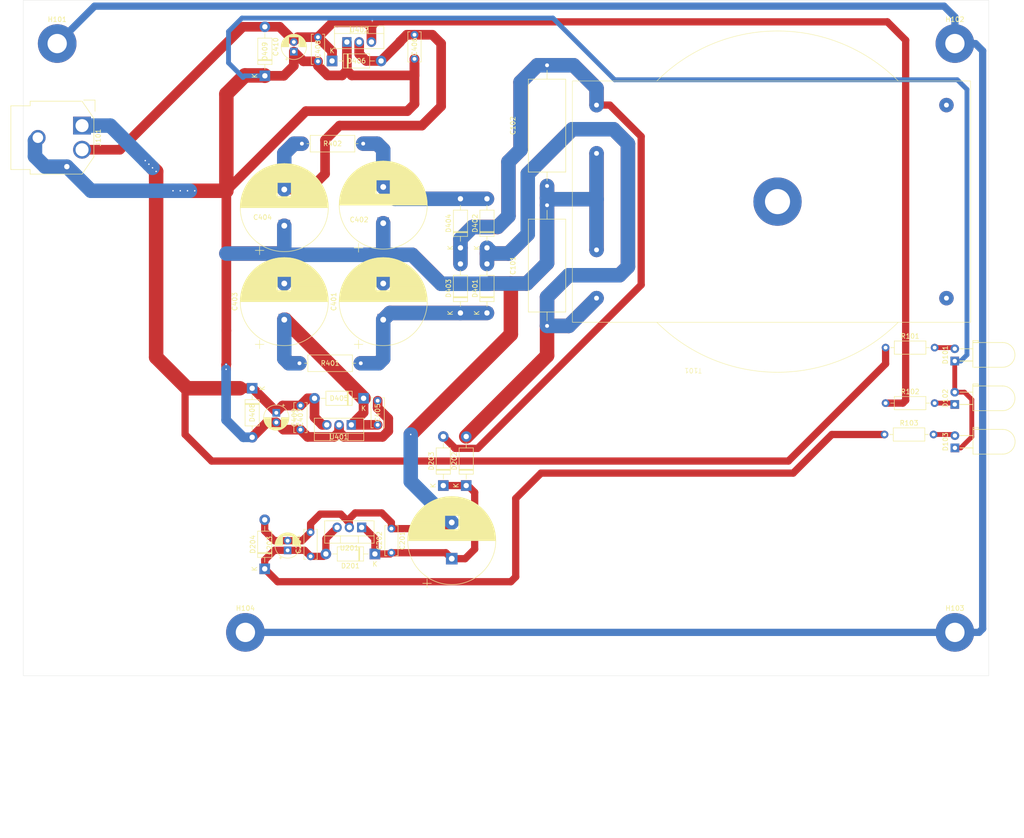
<source format=kicad_pcb>
(kicad_pcb (version 20240108) (generator "pcbnew") (generator_version "8.0")
  (layers (0 "F.Cu" signal) (31 "B.Cu" signal) (34 "B.Paste" user) (35 "F.Paste" user) (36 "B.SilkS" user "B.Silkscreen") (37 "F.SilkS" user "F.Silkscreen") (38 "B.Mask" user) (39 "F.Mask" user) (44 "Edge.Cuts" user))
  (net 0 "")
  (net 1 "GND")
  (net 2 "Net-(D401-K)")
  (net 3 "Net-(D402-A)")
  (net 4 "Net-(D405-K)")
  (net 5 "Net-(D406-A)")
  (net 6 "+15V")
  (net 7 "-15V")
  (net 8 "/Voltage regulator/AC1")
  (net 9 "/Voltage regulator/AC2")
  (net 10 "Net-(T101-AA)")
  (net 11 "Net-(T101-AB)")
  (net 12 "Net-(D101-A)")
  (net 13 "Net-(D102-K)")
  (net 14 "Earth_Protective")
  (net 15 "Net-(D201-K)")
  (net 16 "+12V")
  (net 17 "Net-(D103-A)")
  (footprint "Package_TO_SOT_THT:TO-220-3_Vertical" (layer "F.Cu") (at 99.08 132.25 180)
    (property "Reference" "U201" (at 2.54 -4.27 360) (layer "F.SilkS"))
    (property "Value" "LM7812_TO220")
    (pad "1" thru_hole rect (at 0 0 180) (size 1.905 2) (drill 1.1) (layers "*.Cu" "*.Mask") (net 15 "Net-(D201-K)"))
    (pad "2" thru_hole oval (at 2.54 0 180) (size 1.905 2) (drill 1.1) (layers "*.Cu" "*.Mask") (net 1 "GND"))
    (pad "3" thru_hole oval (at 5.08 0 180) (size 1.905 2) (drill 1.1) (layers "*.Cu" "*.Mask") (net 16 "+12V"))
  )
  (footprint "Capacitor_THT:CP_Radial_D5.0mm_P2.00mm" (layer "F.Cu") (at 81.40111 108.5 -90)
    (property "Reference" "C409" (at 1 -3.75 90) (layer "F.SilkS"))
    (property "Value" "10u")
    (pad "1" thru_hole rect (at 0 0 270) (size 1.6 1.6) (drill 0.8) (layers "*.Cu" "*.Mask") (net 6 "+15V"))
    (pad "2" thru_hole circle (at 2 0 270) (size 1.6 1.6) (drill 0.8) (layers "*.Cu" "*.Mask") (net 1 "GND"))
  )
  (footprint "Capacitor_THT:CP_Radial_D18.0mm_P7.50mm" (layer "F.Cu") (at 83.05111 89.21667 90)
    (property "Reference" "C403" (at 3.75 -10.25 90) (layer "F.SilkS"))
    (property "Value" "2200u")
    (pad "1" thru_hole rect (at 0 0 90) (size 2.4 2.4) (drill 1.2) (layers "*.Cu" "*.Mask") (net 4 "Net-(D405-K)"))
    (pad "2" thru_hole circle (at 7.5 0 90) (size 2.4 2.4) (drill 1.2) (layers "*.Cu" "*.Mask") (net 1 "GND"))
  )
  (footprint "Diode_THT:D_DO-41_SOD81_P10.16mm_Horizontal" (layer "F.Cu") (at 119.55111 74.31889 90)
    (property "Reference" "D404" (at 5.08 -2.47 90) (layer "F.SilkS"))
    (property "Value" "1N4004")
    (fp_text user "K" (at 0 -2.1 90) (layer "F.SilkS"))
    (pad "1" thru_hole rect (at 0 0 90) (size 2.2 2.2) (drill 1.1) (layers "*.Cu" "*.Mask") (net 9 "/Voltage regulator/AC2"))
    (pad "2" thru_hole oval (at 10.16 0 90) (size 2.2 2.2) (drill 1.1) (layers "*.Cu" "*.Mask") (net 3 "Net-(D402-A)"))
  )
  (footprint "Package_TO_SOT_THT:TO-220-3_Vertical" (layer "F.Cu") (at 96.03111 31.68)
    (property "Reference" "U402" (at 2.54 -2.5 0) (layer "F.SilkS"))
    (property "Value" "LM7915_TO220")
    (pad "1" thru_hole rect (at 0 0) (size 1.905 2) (drill 1.1) (layers "*.Cu" "*.Mask") (net 1 "GND"))
    (pad "2" thru_hole oval (at 2.54 0) (size 1.905 2) (drill 1.1) (layers "*.Cu" "*.Mask") (net 5 "Net-(D406-A)"))
    (pad "3" thru_hole oval (at 5.08 0) (size 1.905 2) (drill 1.1) (layers "*.Cu" "*.Mask") (net 7 "-15V"))
  )
  (footprint "LED_THT:LED_D5.0mm_Horizontal_O3.81mm_Z3.0mm" (layer "F.Cu") (at 221.97 97.775 90)
    (property "Reference" "D101" (at 1.27 -1.96 90) (layer "F.SilkS"))
    (property "Value" "LED")
    (pad "1" thru_hole rect (at 0 0 90) (size 1.8 1.8) (drill 0.9) (layers "*.Cu" "*.Mask") (net 1 "GND"))
    (pad "2" thru_hole circle (at 2.54 0 90) (size 1.8 1.8) (drill 0.9) (layers "*.Cu" "*.Mask") (net 12 "Net-(D101-A)"))
  )
  (footprint "Package_TO_SOT_THT:TO-220-3_Vertical" (layer "F.Cu") (at 96.94111 111 180)
    (property "Reference" "U401" (at 2.58 -2.5 0) (layer "F.SilkS"))
    (property "Value" "LM7815_TO220")
    (pad "1" thru_hole rect (at 0 0 180) (size 1.905 2) (drill 1.1) (layers "*.Cu" "*.Mask") (net 4 "Net-(D405-K)"))
    (pad "2" thru_hole oval (at 2.54 0 180) (size 1.905 2) (drill 1.1) (layers "*.Cu" "*.Mask") (net 1 "GND"))
    (pad "3" thru_hole oval (at 5.08 0 180) (size 1.905 2) (drill 1.1) (layers "*.Cu" "*.Mask") (net 6 "+15V"))
  )
  (footprint "Toroidal transformers:ToroidalTransformer 30VA" (layer "F.Cu") (at 185.25 64.75 180)
    (property "Reference" "T101" (at 17.5 -35 180) (layer "F.SilkS") (effects (font (thickness 0.1))))
    (property "Value" "Transformer_1P_2S")
    (pad "" np_thru_hole circle (at 0 0 180) (size 10 10) (drill 5.2) (layers "F&B.Cu" "*.Mask"))
    (pad "1" thru_hole circle (at -35 -20 180) (size 3 3) (drill 1) (layers "*.Cu" "*.Mask") (net 10 "Net-(T101-AA)"))
    (pad "2" thru_hole circle (at -35 20 180) (size 3 3) (drill 1) (layers "*.Cu" "*.Mask") (net 11 "Net-(T101-AB)"))
    (pad "3" thru_hole circle (at 37.5 -20 180) (size 3 3) (drill 1) (layers "*.Cu" "*.Mask") (net 8 "/Voltage regulator/AC1"))
    (pad "4" thru_hole circle (at 37.5 -10 180) (size 3 3) (drill 1) (layers "*.Cu" "*.Mask") (net 1 "GND"))
    (pad "5" thru_hole circle (at 37.5 10 180) (size 3 3) (drill 1) (layers "*.Cu" "*.Mask") (net 1 "GND"))
    (pad "6" thru_hole circle (at 37.5 20 180) (size 3 3) (drill 1) (layers "*.Cu" "*.Mask") (net 9 "/Voltage regulator/AC2"))
  )
  (footprint "Resistor_THT:R_Axial_DIN0207_L6.3mm_D2.5mm_P10.16mm_Horizontal" (layer "F.Cu") (at 207.64 95)
    (property "Reference" "R101" (at 5.08 -2.37 0) (layer "F.SilkS"))
    (property "Value" "2k2")
    (pad "1" thru_hole circle (at 0 0) (size 1.6 1.6) (drill 0.8) (layers "*.Cu" "*.Mask") (net 6 "+15V"))
    (pad "2" thru_hole oval (at 10.16 0) (size 1.6 1.6) (drill 0.8) (layers "*.Cu" "*.Mask") (net 12 "Net-(D101-A)"))
  )
  (footprint "Resistor_THT:R_Axial_DIN0207_L6.3mm_D2.5mm_P10.16mm_Horizontal" (layer "F.Cu") (at 207.42 113)
    (property "Reference" "R103" (at 5.08 -2.37 360) (layer "F.SilkS"))
    (property "Value" "2k2")
    (pad "1" thru_hole circle (at 0 0) (size 1.6 1.6) (drill 0.8) (layers "*.Cu" "*.Mask") (net 16 "+12V"))
    (pad "2" thru_hole oval (at 10.16 0) (size 1.6 1.6) (drill 0.8) (layers "*.Cu" "*.Mask") (net 17 "Net-(D103-A)"))
  )
  (footprint "MountingHole:MountingHole_4mm_Pad_TopBottom" (layer "F.Cu") (at 75 154)
    (property "Reference" "H104" (at 0 -5 0) (layer "F.SilkS"))
    (property "Value" "MountingHole_Pad")
    (pad "1" thru_hole circle (at 0 0) (size 4.4 4.4) (drill 4) (layers "*.Cu" "*.Mask") (net 14 "Earth_Protective"))
    (pad "1" connect circle (at 0 0) (size 8 8) (layers "F.Cu" "F.Mask") (net 14 "Earth_Protective"))
    (pad "1" connect circle (at 0 0) (size 8 8) (layers "B.Cu" "B.Mask") (net 14 "Earth_Protective"))
  )
  (footprint "Diode_THT:D_DO-41_SOD81_P10.16mm_Horizontal" (layer "F.Cu") (at 116 123.58 90)
    (property "Reference" "D203" (at 5.08 -2.47 90) (layer "F.SilkS"))
    (property "Value" "1N4004")
    (fp_text user "K" (at 0 -2.1 90) (layer "F.SilkS"))
    (pad "1" thru_hole rect (at 0 0 90) (size 2.2 2.2) (drill 1.1) (layers "*.Cu" "*.Mask") (net 15 "Net-(D201-K)"))
    (pad "2" thru_hole oval (at 10.16 0 90) (size 2.2 2.2) (drill 1.1) (layers "*.Cu" "*.Mask") (net 9 "/Voltage regulator/AC2"))
  )
  (footprint "Diode_THT:D_DO-41_SOD81_P10.16mm_Horizontal" (layer "F.Cu") (at 99.48111 105.5 180)
    (property "Reference" "D405" (at 5.08 0 0) (layer "F.SilkS"))
    (property "Value" "1N4004")
    (fp_text user "K" (at 0 -2.1 0) (layer "F.SilkS"))
    (pad "1" thru_hole rect (at 0 0 180) (size 2.2 2.2) (drill 1.1) (layers "*.Cu" "*.Mask") (net 4 "Net-(D405-K)"))
    (pad "2" thru_hole oval (at 10.16 0 180) (size 2.2 2.2) (drill 1.1) (layers "*.Cu" "*.Mask") (net 6 "+15V"))
  )
  (footprint "MountingHole:MountingHole_4mm_Pad_TopBottom" (layer "F.Cu") (at 222 154)
    (property "Reference" "H103" (at 0 -5 0) (layer "F.SilkS"))
    (property "Value" "MountingHole_Pad")
    (pad "1" thru_hole circle (at 0 0) (size 4.4 4.4) (drill 4) (layers "*.Cu" "*.Mask") (net 14 "Earth_Protective"))
    (pad "1" connect circle (at 0 0) (size 8 8) (layers "F.Cu" "F.Mask") (net 14 "Earth_Protective"))
    (pad "1" connect circle (at 0 0) (size 8 8) (layers "B.Cu" "B.Mask") (net 14 "Earth_Protective"))
  )
  (footprint "Capacitor_THT:C_Axial_L19.0mm_D7.5mm_P25.00mm_Horizontal" (layer "F.Cu") (at 137.5 90.5 90)
    (property "Reference" "C101" (at 12.5 -7.06889 90) (layer "F.SilkS"))
    (property "Value" "100nF X2")
    (pad "1" thru_hole circle (at 0 0 90) (size 1.6 1.6) (drill 0.8) (layers "*.Cu" "*.Mask") (net 8 "/Voltage regulator/AC1"))
    (pad "2" thru_hole oval (at 25 0 90) (size 1.6 1.6) (drill 0.8) (layers "*.Cu" "*.Mask") (net 1 "GND"))
  )
  (footprint "Capacitor_THT:C_Disc_D6.0mm_W2.5mm_P5.00mm" (layer "F.Cu") (at 102.40111 111 90)
    (property "Reference" "C405" (at 2.5 0 90) (layer "F.SilkS"))
    (property "Value" "100n")
    (pad "1" thru_hole circle (at 0 0 90) (size 1.6 1.6) (drill 0.8) (layers "*.Cu" "*.Mask") (net 4 "Net-(D405-K)"))
    (pad "2" thru_hole circle (at 5 0 90) (size 1.6 1.6) (drill 0.8) (layers "*.Cu" "*.Mask") (net 1 "GND"))
  )
  (footprint "Diode_THT:D_DO-41_SOD81_P10.16mm_Horizontal" (layer "F.Cu") (at 101.83 137.75 180)
    (property "Reference" "D201" (at 5.08 -2.47 360) (layer "F.SilkS"))
    (property "Value" "1N4004")
    (fp_text user "K" (at 0 -2.1 360) (layer "F.SilkS"))
    (pad "1" thru_hole rect (at 0 0 180) (size 2.2 2.2) (drill 1.1) (layers "*.Cu" "*.Mask") (net 15 "Net-(D201-K)"))
    (pad "2" thru_hole oval (at 10.16 0 180) (size 2.2 2.2) (drill 1.1) (layers "*.Cu" "*.Mask") (net 16 "+12V"))
  )
  (footprint "Capacitor_THT:C_Disc_D6.0mm_W2.5mm_P5.00mm" (layer "F.Cu") (at 90.03111 35.68 90)
    (property "Reference" "C408" (at 2.5 0 90) (layer "F.SilkS"))
    (property "Value" "100n")
    (pad "1" thru_hole circle (at 0 0 90) (size 1.6 1.6) (drill 0.8) (layers "*.Cu" "*.Mask") (net 1 "GND"))
    (pad "2" thru_hole circle (at 5 0 90) (size 1.6 1.6) (drill 0.8) (layers "*.Cu" "*.Mask") (net 7 "-15V"))
  )
  (footprint "Resistor_THT:R_Axial_DIN0207_L6.3mm_D2.5mm_P10.16mm_Horizontal" (layer "F.Cu") (at 207.64 106.5)
    (property "Reference" "R102" (at 5.08 -2.37 0) (layer "F.SilkS"))
    (property "Value" "2k2")
    (pad "1" thru_hole circle (at 0 0) (size 1.6 1.6) (drill 0.8) (layers "*.Cu" "*.Mask") (net 7 "-15V"))
    (pad "2" thru_hole oval (at 10.16 0) (size 1.6 1.6) (drill 0.8) (layers "*.Cu" "*.Mask") (net 13 "Net-(D102-K)"))
  )
  (footprint "Capacitor_THT:C_Axial_L19.0mm_D7.5mm_P25.00mm_Horizontal" (layer "F.Cu") (at 137.5 61.5 90)
    (property "Reference" "C102" (at 12.5 -7.06889 90) (layer "F.SilkS"))
    (property "Value" "100nF X2")
    (pad "1" thru_hole circle (at 0 0 90) (size 1.6 1.6) (drill 0.8) (layers "*.Cu" "*.Mask") (net 1 "GND"))
    (pad "2" thru_hole oval (at 25 0 90) (size 1.6 1.6) (drill 0.8) (layers "*.Cu" "*.Mask") (net 9 "/Voltage regulator/AC2"))
  )
  (footprint "Diode_THT:D_DO-41_SOD81_P10.16mm_Horizontal" (layer "F.Cu") (at 76.40111 103.42 -90)
    (property "Reference" "D408" (at 5.08 0 90) (layer "F.SilkS"))
    (property "Value" "1N4004")
    (fp_text user "K" (at 0 -2.1 90) (layer "F.SilkS"))
    (pad "1" thru_hole rect (at 0 0 270) (size 2.2 2.2) (drill 1.1) (layers "*.Cu" "*.Mask") (net 6 "+15V"))
    (pad "2" thru_hole oval (at 10.16 0 270) (size 2.2 2.2) (drill 1.1) (layers "*.Cu" "*.Mask") (net 1 "GND"))
  )
  (footprint "Diode_THT:D_DO-41_SOD81_P10.16mm_Horizontal" (layer "F.Cu") (at 120.75 123.58 90)
    (property "Reference" "D202" (at 5.08 -2.47 90) (layer "F.SilkS"))
    (property "Value" "1N4004")
    (fp_text user "K" (at 0 -2.1 90) (layer "F.SilkS"))
    (pad "1" thru_hole rect (at 0 0 90) (size 2.2 2.2) (drill 1.1) (layers "*.Cu" "*.Mask") (net 15 "Net-(D201-K)"))
    (pad "2" thru_hole oval (at 10.16 0 90) (size 2.2 2.2) (drill 1.1) (layers "*.Cu" "*.Mask") (net 8 "/Voltage regulator/AC1"))
  )
  (footprint "MountingHole:MountingHole_4mm_Pad_TopBottom" (layer "F.Cu") (at 36 32)
    (property "Reference" "H101" (at 0 -5 0) (layer "F.SilkS"))
    (property "Value" "MountingHole_Pad")
    (pad "1" thru_hole circle (at 0 0) (size 4.4 4.4) (drill 4) (layers "*.Cu" "*.Mask") (net 14 "Earth_Protective"))
    (pad "1" connect circle (at 0 0) (size 8 8) (layers "F.Cu" "F.Mask") (net 14 "Earth_Protective"))
    (pad "1" connect circle (at 0 0) (size 8 8) (layers "B.Cu" "B.Mask") (net 14 "Earth_Protective"))
  )
  (footprint "LED_THT:LED_D5.0mm_Horizontal_O3.81mm_Z3.0mm" (layer "F.Cu") (at 221.97 106.775 90)
    (property "Reference" "D102" (at 1.27 -1.96 90) (layer "F.SilkS"))
    (property "Value" "LED")
    (pad "1" thru_hole rect (at 0 0 90) (size 1.8 1.8) (drill 0.9) (layers "*.Cu" "*.Mask") (net 13 "Net-(D102-K)"))
    (pad "2" thru_hole circle (at 2.54 0 90) (size 1.8 1.8) (drill 0.9) (layers "*.Cu" "*.Mask") (net 1 "GND"))
  )
  (footprint "MountingHole:MountingHole_4mm_Pad_TopBottom" (layer "F.Cu") (at 222 32)
    (property "Reference" "H102" (at 0 -5 0) (layer "F.SilkS"))
    (property "Value" "MountingHole_Pad")
    (pad "1" thru_hole circle (at 0 0) (size 4.4 4.4) (drill 4) (layers "*.Cu" "*.Mask") (net 14 "Earth_Protective"))
    (pad "1" connect circle (at 0 0) (size 8 8) (layers "F.Cu" "F.Mask") (net 14 "Earth_Protective"))
    (pad "1" connect circle (at 0 0) (size 8 8) (layers "B.Cu" "B.Mask") (net 14 "Earth_Protective"))
  )
  (footprint "Capacitor_THT:C_Disc_D6.0mm_W2.5mm_P5.00mm" (layer "F.Cu") (at 105.25 137.5 90)
    (property "Reference" "C202" (at 2.5 -2.5 90) (layer "F.SilkS"))
    (property "Value" "100n")
    (pad "1" thru_hole circle (at 0 0 90) (size 1.6 1.6) (drill 0.8) (layers "*.Cu" "*.Mask") (net 15 "Net-(D201-K)"))
    (pad "2" thru_hole circle (at 5 0 90) (size 1.6 1.6) (drill 0.8) (layers "*.Cu" "*.Mask") (net 1 "GND"))
  )
  (footprint "Capacitor_THT:C_Disc_D6.0mm_W2.5mm_P5.00mm" (layer "F.Cu") (at 86.40111 107 -90)
    (property "Reference" "C407" (at 2.5 0 90) (layer "F.SilkS"))
    (property "Value" "100n")
    (pad "1" thru_hole circle (at 0 0 270) (size 1.6 1.6) (drill 0.8) (layers "*.Cu" "*.Mask") (net 6 "+15V"))
    (pad "2" thru_hole circle (at 5 0 270) (size 1.6 1.6) (drill 0.8) (layers "*.Cu" "*.Mask") (net 1 "GND"))
  )
  (footprint "Diode_THT:D_DO-41_SOD81_P10.16mm_Horizontal" (layer "F.Cu") (at 79.03111 38.68 90)
    (property "Reference" "D409" (at 5.08 0 90) (layer "F.SilkS"))
    (property "Value" "1N4004")
    (fp_text user "K" (at 0 -2.1 90) (layer "F.SilkS"))
    (pad "1" thru_hole rect (at 0 0 90) (size 2.2 2.2) (drill 1.1) (layers "*.Cu" "*.Mask") (net 1 "GND"))
    (pad "2" thru_hole oval (at 10.16 0 90) (size 2.2 2.2) (drill 1.1) (layers "*.Cu" "*.Mask") (net 7 "-15V"))
  )
  (footprint "Diode_THT:D_DO-41_SOD81_P10.16mm_Horizontal" (layer "F.Cu") (at 119.55111 87.81889 90)
    (property "Reference" "D403" (at 5.08 -2.47 90) (layer "F.SilkS"))
    (property "Value" "1N4004")
    (fp_text user "K" (at 0 -2.1 90) (layer "F.SilkS"))
    (pad "1" thru_hole rect (at 0 0 90) (size 2.2 2.2) (drill 1.1) (layers "*.Cu" "*.Mask") (net 2 "Net-(D401-K)"))
    (pad "2" thru_hole oval (at 10.16 0 90) (size 2.2 2.2) (drill 1.1) (layers "*.Cu" "*.Mask") (net 9 "/Voltage regulator/AC2"))
  )
  (footprint "Resistor_THT:R_Axial_DIN0309_L9.0mm_D3.2mm_P12.70mm_Horizontal" (layer "F.Cu") (at 99.40111 52.73889 180)
    (property "Reference" "R402" (at 6.35 0 0) (layer "F.SilkS"))
    (property "Value" "10R 2W")
    (pad "1" thru_hole circle (at 0 0 180) (size 1.6 1.6) (drill 0.8) (layers "*.Cu" "*.Mask") (net 3 "Net-(D402-A)"))
    (pad "2" thru_hole oval (at 12.7 0 180) (size 1.6 1.6) (drill 0.8) (layers "*.Cu" "*.Mask") (net 5 "Net-(D406-A)"))
  )
  (footprint "Diode_THT:D_DO-41_SOD81_P10.16mm_Horizontal" (layer "F.Cu") (at 79 140.83 90)
    (property "Reference" "D204" (at 5.08 -2.47 90) (layer "F.SilkS"))
    (property "Value" "1N4004")
    (fp_text user "K" (at 0 -2.1 90) (layer "F.SilkS"))
    (pad "1" thru_hole rect (at 0 0 90) (size 2.2 2.2) (drill 1.1) (layers "*.Cu" "*.Mask") (net 16 "+12V"))
    (pad "2" thru_hole oval (at 10.16 0 90) (size 2.2 2.2) (drill 1.1) (layers "*.Cu" "*.Mask") (net 1 "GND"))
  )
  (footprint "Resistor_THT:R_Axial_DIN0309_L9.0mm_D3.2mm_P12.70mm_Horizontal" (layer "F.Cu") (at 98.90111 98.23889 180)
    (property "Reference" "R401" (at 6.35 0 0) (layer "F.SilkS"))
    (property "Value" "10R 2W")
    (pad "1" thru_hole circle (at 0 0 180) (size 1.6 1.6) (drill 0.8) (layers "*.Cu" "*.Mask") (net 2 "Net-(D401-K)"))
    (pad "2" thru_hole oval (at 12.7 0 180) (size 1.6 1.6) (drill 0.8) (layers "*.Cu" "*.Mask") (net 4 "Net-(D405-K)"))
  )
  (footprint "Capacitor_THT:CP_Radial_D5.0mm_P2.00mm" (layer "F.Cu") (at 85.03111 33.68 90)
    (property "Reference" "C410" (at 1 -3.75 90) (layer "F.SilkS"))
    (property "Value" "10u")
    (pad "1" thru_hole rect (at 0 0 90) (size 1.6 1.6) (drill 0.8) (layers "*.Cu" "*.Mask") (net 1 "GND"))
    (pad "2" thru_hole circle (at 2 0 90) (size 1.6 1.6) (drill 0.8) (layers "*.Cu" "*.Mask") (net 7 "-15V"))
  )
  (footprint "Capacitor_THT:CP_Radial_D18.0mm_P7.50mm" (layer "F.Cu") (at 83.05111 69.73889 90)
    (property "Reference" "C404" (at 1.73889 -4.5 0) (layer "F.SilkS"))
    (property "Value" "2200u")
    (pad "1" thru_hole rect (at 0 0 90) (size 2.4 2.4) (drill 1.2) (layers "*.Cu" "*.Mask") (net 1 "GND"))
    (pad "2" thru_hole circle (at 7.5 0 90) (size 2.4 2.4) (drill 1.2) (layers "*.Cu" "*.Mask") (net 5 "Net-(D406-A)"))
  )
  (footprint "Diode_THT:D_DO-41_SOD81_P10.16mm_Horizontal" (layer "F.Cu") (at 125.05111 87.81889 90)
    (property "Reference" "D401" (at 5.08 -2.47 90) (layer "F.SilkS"))
    (property "Value" "1N4004")
    (fp_text user "K" (at 0 -2.1 90) (layer "F.SilkS"))
    (pad "1" thru_hole rect (at 0 0 90) (size 2.2 2.2) (drill 1.1) (layers "*.Cu" "*.Mask") (net 2 "Net-(D401-K)"))
    (pad "2" thru_hole oval (at 10.16 0 90) (size 2.2 2.2) (drill 1.1) (layers "*.Cu" "*.Mask") (net 8 "/Voltage regulator/AC1"))
  )
  (footprint "LED_THT:LED_D5.0mm_Horizontal_O3.81mm_Z3.0mm" (layer "F.Cu") (at 222 115.775 90)
    (property "Reference" "D103" (at 1.27 -1.96 90) (layer "F.SilkS"))
    (property "Value" "LED")
    (pad "1" thru_hole rect (at 0 0 90) (size 1.8 1.8) (drill 0.9) (layers "*.Cu" "*.Mask") (net 1 "GND"))
    (pad "2" thru_hole circle (at 2.54 0 90) (size 1.8 1.8) (drill 0.9) (layers "*.Cu" "*.Mask") (net 17 "Net-(D103-A)"))
  )
  (footprint "Capacitor_THT:C_Disc_D6.0mm_W2.5mm_P5.00mm" (layer "F.Cu") (at 88.5 138.25 90)
    (property "Reference" "C204" (at 2.5 -2.5 90) (layer "F.SilkS"))
    (property "Value" "100n")
    (pad "1" thru_hole circle (at 0 0 90) (size 1.6 1.6) (drill 0.8) (layers "*.Cu" "*.Mask") (net 16 "+12V"))
    (pad "2" thru_hole circle (at 5 0 90) (size 1.6 1.6) (drill 0.8) (layers "*.Cu" "*.Mask") (net 1 "GND"))
  )
  (footprint "Connector:CUI_PD-30" (layer "F.Cu") (at 41.15 49 -90)
    (property "Reference" "J101" (at 2.5 -3.35 90) (layer "F.SilkS"))
    (property "Value" "CUI_PD-30")
    (pad "" np_thru_hole circle (at 0 7.15 90) (size 1.7 1.7) (drill 1.7) (layers "*.Cu" "*.Mask"))
    (pad "" np_thru_hole circle (at 5 7.15 90) (size 1.7 1.7) (drill 1.7) (layers "*.Cu" "*.Mask"))
    (pad "1" thru_hole rect (at 0 0 90) (size 3.7 3.7) (drill 2.7) (layers "*.Cu" "*.Mask") (net 6 "+15V"))
    (pad "2" thru_hole circle (at 5 0 90) (size 3.7 3.7) (drill 2.7) (layers "*.Cu" "*.Mask") (net 7 "-15V"))
    (pad "3" thru_hole circle (at 8.5 3.15 90) (size 2.1 2.1) (drill 1.1) (layers "*.Cu" "*.Mask") (net 1 "GND"))
    (pad "4" thru_hole circle (at 2.5 9.15 90) (size 3.2 3.2) (drill 2.2) (layers "*.Cu" "*.Mask") (net 1 "GND"))
  )
  (footprint "Capacitor_THT:CP_Radial_D18.0mm_P7.50mm" (layer "F.Cu") (at 103.55111 89.21667 90)
    (property "Reference" "C401" (at 3.75 -10.25 90) (layer "F.SilkS"))
    (property "Value" "2200u")
    (pad "1" thru_hole rect (at 0 0 90) (size 2.4 2.4) (drill 1.2) (layers "*.Cu" "*.Mask") (net 2 "Net-(D401-K)"))
    (pad "2" thru_hole circle (at 7.5 0 90) (size 2.4 2.4) (drill 1.2) (layers "*.Cu" "*.Mask") (net 1 "GND"))
  )
  (footprint "Diode_THT:D_DO-41_SOD81_P10.16mm_Horizontal" (layer "F.Cu") (at 125.05111 74.31889 90)
    (property "Reference" "D402" (at 5.08 -2.47 90) (layer "F.SilkS"))
    (property "Value" "1N4004")
    (fp_text user "K" (at 0 -2.1 90) (layer "F.SilkS"))
    (pad "1" thru_hole rect (at 0 0 90) (size 2.2 2.2) (drill 1.1) (layers "*.Cu" "*.Mask") (net 8 "/Voltage regulator/AC1"))
    (pad "2" thru_hole oval (at 10.16 0 90) (size 2.2 2.2) (drill 1.1) (layers "*.Cu" "*.Mask") (net 3 "Net-(D402-A)"))
  )
  (footprint "Capacitor_THT:CP_Radial_D18.0mm_P7.50mm" (layer "F.Cu") (at 103.55111 69.21667 90)
    (property "Reference" "C402" (at 0.71667 -5 0) (layer "F.SilkS"))
    (property "Value" "2200u")
    (pad "1" thru_hole rect (at 0 0 90) (size 2.4 2.4) (drill 1.2) (layers "*.Cu" "*.Mask") (net 1 "GND"))
    (pad "2" thru_hole circle (at 7.5 0 90) (size 2.4 2.4) (drill 1.2) (layers "*.Cu" "*.Mask") (net 3 "Net-(D402-A)"))
  )
  (footprint "Diode_THT:D_DO-41_SOD81_P10.16mm_Horizontal" (layer "F.Cu") (at 92.95111 35.6)
    (property "Reference" "D406" (at 5.08 0 0) (layer "F.SilkS"))
    (property "Value" "1N4004")
    (fp_text user "K" (at 0 -2.1 0) (layer "F.SilkS"))
    (pad "1" thru_hole rect (at 0 0) (size 2.2 2.2) (drill 1.1) (layers "*.Cu" "*.Mask") (net 7 "-15V"))
    (pad "2" thru_hole oval (at 10.16 0) (size 2.2 2.2) (drill 1.1) (layers "*.Cu" "*.Mask") (net 5 "Net-(D406-A)"))
  )
  (footprint "Capacitor_THT:C_Disc_D6.0mm_W2.5mm_P5.00mm" (layer "F.Cu") (at 110.03111 35.18 90)
    (property "Reference" "C406" (at 2.5 0 90) (layer "F.SilkS"))
    (property "Value" "100n")
    (pad "1" thru_hole circle (at 0 0 90) (size 1.6 1.6) (drill 0.8) (layers "*.Cu" "*.Mask") (net 1 "GND"))
    (pad "2" thru_hole circle (at 5 0 90) (size 1.6 1.6) (drill 0.8) (layers "*.Cu" "*.Mask") (net 5 "Net-(D406-A)"))
  )
  (footprint "Capacitor_THT:CP_Radial_D18.0mm_P7.50mm" (layer "F.Cu") (at 117.75 138.72778 90)
    (property "Reference" "C201" (at 3.75 -10.25 90) (layer "F.SilkS"))
    (property "Value" "2200u")
    (pad "1" thru_hole rect (at 0 0 90) (size 2.4 2.4) (drill 1.2) (layers "*.Cu" "*.Mask") (net 15 "Net-(D201-K)"))
    (pad "2" thru_hole circle (at 7.5 0 90) (size 2.4 2.4) (drill 1.2) (layers "*.Cu" "*.Mask") (net 1 "GND"))
  )
  (footprint "Capacitor_THT:CP_Radial_D5.0mm_P2.00mm" (layer "F.Cu") (at 83.75 137 90)
    (property "Reference" "C203" (at 1 -3.75 90) (layer "F.SilkS"))
    (property "Value" "10u")
    (pad "1" thru_hole rect (at 0 0 90) (size 1.6 1.6) (drill 0.8) (layers "*.Cu" "*.Mask") (net 16 "+12V"))
    (pad "2" thru_hole circle (at 2 0 90) (size 1.6 1.6) (drill 0.8) (layers "*.Cu" "*.Mask") (net 1 "GND"))
  )
  (gr_rect (start 29 23) (end 229 163) (stroke (width 0.05)) (fill none) (layer "Edge.Cuts"))
  (segment (start 125.46223 81.76111) (end 125.50667 81.71667) (width 3) (layer "F.Cu") (net 1))
  (segment (start 83.55111 75.76111) (end 83.29 75.5) (width 3) (layer "F.Cu") (net 1))
  (segment (start 96.03111 31.68) (end 96.03111 37.6) (width 2) (layer "F.Cu") (net 1))
  (segment (start 96.03111 37.6) (end 97.03111 38.6) (width 2) (layer "F.Cu") (net 1))
  (segment (start 83.29 75.5) (end 71.05111 75.5) (width 3) (layer "F.Cu") (net 1))
  (segment (start 94.75 129.5) (end 90.5 129.5) (width 1.5) (layer "F.Cu") (net 1))
  (segment (start 86.75 135) (end 88.5 133.25) (width 1.5) (layer "F.Cu") (net 1))
  (segment (start 97.75 129.25) (end 96.125 130.875) (width 1.5) (layer "F.Cu") (net 1))
  (segment (start 110.03111 35.18) (end 110.03111 38.6) (width 2) (layer "F.Cu") (net 1))
  (segment (start 71.05111 91.5) (end 71.05111 98.44889) (width 2) (layer "F.Cu") (net 1))
  (segment (start 110.03111 35.18) (end 110.03111 44.52) (width 2) (layer "F.Cu") (net 1))
  (segment (start 83.05111 76.26111) (end 83.05111 69.73889) (width 3) (layer "F.Cu") (net 1))
  (segment (start 105.25 132.5) (end 105.25 131.25) (width 1.5) (layer "F.Cu") (net 1))
  (segment (start 82.95111 38.68) (end 79.03111 38.68) (width 2) (layer "F.Cu") (net 1))
  (segment (start 103.55111 81.71667) (end 103.55111 75.76111) (width 3) (layer "F.Cu") (net 1))
  (segment (start 102.40111 107.5) (end 104.60111 109.7) (width 2) (layer "F.Cu") (net 1))
  (segment (start 125.50667 81.71667) (end 130 81.71667) (width 3) (layer "F.Cu") (net 1))
  (segment (start 61.5 62.5) (end 63 62.5) (width 3) (layer "F.Cu") (net 1))
  (segment (start 137.75 64.25) (end 137.5 64) (width 3) (layer "F.Cu") (net 1))
  (segment (start 133.28333 81.71667) (end 137.5 77.5) (width 3) (layer "F.Cu") (net 1))
  (segment (start 79.48111 110.5) (end 76.40111 113.58) (width 2) (layer "F.Cu") (net 1))
  (segment (start 130 81.71667) (end 130 92.25) (width 3) (layer "F.Cu") (net 1))
  (segment (start 225.5 105.75) (end 225.5 113.5) (width 1) (layer "F.Cu") (net 1))
  (segment (start 83.75 135) (end 86.75 135) (width 1.5) (layer "F.Cu") (net 1))
  (segment (start 97.03111 38.6) (end 110.03111 38.6) (width 2) (layer "F.Cu") (net 1))
  (segment (start 115.55111 81.76111) (end 109.55111 75.76111) (width 3) (layer "F.Cu") (net 1))
  (segment (start 104.60111 109.7) (end 104.60111 112.3) (width 2) (layer "F.Cu") (net 1))
  (segment (start 85.03111 33.68) (end 85.03111 36.6) (width 2) (layer "F.Cu") (net 1))
  (segment (start 137.5 77.5) (end 137.5 65.5) (width 3) (layer "F.Cu") (net 1))
  (segment (start 90.03111 35.68) (end 90.03111 36.6) (width 2) (layer "F.Cu") (net 1))
  (segment (start 96.54 131.29) (end 96.125 130.875) (width 1.5) (layer "F.Cu") (net 1))
  (segment (start 78.95111 38.6) (end 74.9 38.6) (width 3) (layer "F.Cu") (net 1))
  (segment (start 63 62.5) (end 64.5 62.5) (width 3) (layer "F.Cu") (net 1))
  (segment (start 125.46223 81.76111) (end 115.55111 81.76111) (width 3) (layer "F.Cu") (net 1))
  (segment (start 74.9 38.6) (end 71.05111 42.44889) (width 3) (layer "F.Cu") (net 1))
  (segment (start 108.55111 46) (end 87.55111 46) (width 2) (layer "F.Cu") (net 1))
  (segment (start 105.25 131.25) (end 103.25 129.25) (width 1.5) (layer "F.Cu") (net 1))
  (segment (start 87.03111 35.68) (end 85.03111 33.68) (width 2) (layer "F.Cu") (net 1))
  (segment (start 81 135) (end 83.75 135) (width 1.5) (layer "F.Cu") (net 1))
  (segment (start 95.40111 113.5) (end 94.40111 112.5) (width 2) (layer "F.Cu") (net 1))
  (segment (start 96.03111 37.6) (end 95.03111 38.6) (width 2) (layer "F.Cu") (net 1))
  (segment (start 221.97 97.775) (end 221.97 104.235) (width 1) (layer "F.Cu") (net 1))
  (segment (start 93.40111 113.5) (end 87.90111 113.5) (width 2) (layer "F.Cu") (net 1))
  (segment (start 83.55111 75.76111) (end 83.05111 76.26111) (width 3) (layer "F.Cu") (net 1))
  (segment (start 94.40111 112.5) (end 94.40111 111) (width 2) (layer "F.Cu") (net 1))
  (segment (start 110.03111 44.52) (end 108.55111 46) (width 2) (layer "F.Cu") (net 1))
  (segment (start 96.125 130.875) (end 94.75 129.5) (width 1.5) (layer "F.Cu") (net 1))
  (segment (start 79 130.67) (end 79 133) (width 1.5) (layer "F.Cu") (net 1))
  (segment (start 90.5 129.5) (end 88.5 131.5) (width 1.5) (layer "F.Cu") (net 1))
  (segment (start 79.03111 38.68) (end 78.95111 38.6) (width 3) (layer "F.Cu") (net 1))
  (segment (start 103.40111 113.5) (end 95.40111 113.5) (width 2) (layer "F.Cu") (net 1))
  (segment (start 109.55111 75.76111) (end 103.55111 75.76111) (width 3) (layer "F.Cu") (net 1))
  (segment (start 87.90111 113.5) (end 86.40111 112) (width 2) (layer "F.Cu") (net 1))
  (segment (start 71.05111 98.44889) (end 71 98.5) (width 2) (layer "F.Cu") (net 1))
  (segment (start 137.5 64) (end 137.5 61.5) (width 3) (layer "F.Cu") (net 1))
  (segment (start 85.03111 36.6) (end 82.95111 38.68) (width 2) (layer "F.Cu") (net 1))
  (segment (start 71 98.5) (end 71 99.5) (width 2) (layer "F.Cu") (net 1))
  (segment (start 130 92.25) (end 109.25 113) (width 3) (layer "F.Cu") (net 1))
  (segment (start 125.46223 81.76111) (end 125.474373 81.76111) (width 3) (layer "F.Cu") (net 1))
  (segment (start 116.47778 132.5) (end 117.75 131.22778) (width 1.5) (layer "F.Cu") (net 1))
  (segment (start 90.03111 35.68) (end 87.03111 35.68) (width 2) (layer "F.Cu") (net 1))
  (segment (start 83.05111 81.71667) (end 83.05111 76.26111) (width 3) (layer "F.Cu") (net 1))
  (segment (start 90.03111 36.6) (end 92.03111 38.6) (width 2) (layer "F.Cu") (net 1))
  (segment (start 103.55111 75.76111) (end 103.55111 69.21667) (width 3) (layer "F.Cu") (net 1))
  (segment (start 147.75 74.75) (end 147.75 64.25) (width 3) (layer "F.Cu") (net 1))
  (segment (start 96.54 132.25) (end 96.54 131.46) (width 1.5) (layer "F.Cu") (net 1))
  (segment (start 87.55111 46) (end 71.05111 62.5) (width 2) (layer "F.Cu") (net 1))
  (segment (start 81.40111 110.5) (end 79.48111 110.5) (width 2) (layer "F.Cu") (net 1))
  (segment (start 105.25 132.5) (end 116.47778 132.5) (width 1.5) (layer "F.Cu") (net 1))
  (segment (start 71.05111 62.5) (end 71.05111 75.5) (width 2) (layer "F.Cu") (net 1))
  (segment (start 95.03111 38.6) (end 92.03111 38.6) (width 2) (layer "F.Cu") (net 1))
  (segment (start 103.25 129.25) (end 97.75 129.25) (width 1.5) (layer "F.Cu") (net 1))
  (segment (start 71.05111 42.44889) (end 71.05111 62.5) (width 3) (layer "F.Cu") (net 1))
  (segment (start 82.90111 112) (end 81.40111 110.5) (width 2) (layer "F.Cu") (net 1))
  (segment (start 147.75 64.25) (end 137.75 64.25) (width 3) (layer "F.Cu") (net 1))
  (segment (start 71.05111 75.5) (end 71.05111 91.5) (width 2) (layer "F.Cu") (net 1))
  (segment (start 225.5 113.5) (end 223.225 115.775) (width 1) (layer "F.Cu") (net 1))
  (segment (start 223.985 104.235) (end 225.5 105.75) (width 1) (layer "F.Cu") (net 1))
  (segment (start 223.225 115.775) (end 222 115.775) (width 1) (layer "F.Cu") (net 1))
  (segment (start 64.5 62.5) (end 71.05111 62.5) (width 3) (layer "F.Cu") (net 1))
  (segment (start 221.97 104.235) (end 223.985 104.235) (width 1) (layer "F.Cu") (net 1))
  (segment (start 94.40111 112.5) (end 93.40111 113.5) (width 2) (layer "F.Cu") (net 1))
  (segment (start 104.60111 112.3) (end 103.40111 113.5) (width 2) (layer "F.Cu") (net 1))
  (segment (start 88.5 131.5) (end 88.5 133.25) (width 1.5) (layer "F.Cu") (net 1))
  (segment (start 130 81.71667) (end 133.28333 81.71667) (width 3) (layer "F.Cu") (net 1))
  (segment (start 86.40111 112) (end 82.90111 112) (width 2) (layer "F.Cu") (net 1))
  (segment (start 102.40111 106) (end 102.40111 107.5) (width 2) (layer "F.Cu") (net 1))
  (segment (start 96.54 132.25) (end 96.54 131.29) (width 1.5) (layer "F.Cu") (net 1))
  (segment (start 103.55111 75.76111) (end 83.55111 75.76111) (width 3) (layer "F.Cu") (net 1))
  (segment (start 137.5 65.5) (end 137.5 64) (width 3) (layer "F.Cu") (net 1))
  (segment (start 147.75 64.25) (end 147.75 54.75) (width 3) (layer "F.Cu") (net 1))
  (segment (start 79 133) (end 81 135) (width 1.5) (layer "F.Cu") (net 1))
  (via (at 71 99.5) (size 0.6) (drill 0.3) (layers "F.Cu" "B.Cu") (net 1))
  (via (at 60 62.5) (size 0.6) (drill 0.3) (layers "F.Cu" "B.Cu") (net 1))
  (via (at 109.25 113) (size 0.6) (drill 0.3) (layers "F.Cu" "B.Cu") (net 1))
  (via (at 63 62.5) (size 0.6) (drill 0.3) (layers "F.Cu" "B.Cu") (net 1))
  (via (at 64.5 62.5) (size 0.6) (drill 0.3) (layers "F.Cu" "B.Cu") (net 1))
  (via (at 71 98.5) (size 0.6) (drill 0.3) (layers "F.Cu" "B.Cu") (net 1))
  (via (at 61.5 62.5) (size 0.6) (drill 0.3) (layers "F.Cu" "B.Cu") (net 1))
  (segment (start 137.75 64.25) (end 137.5 64) (width 3) (layer "B.Cu") (net 1))
  (segment (start 71.5 29.5) (end 71.5 36) (width 1) (layer "B.Cu") (net 1))
  (segment (start 151.5 39.5) (end 138.72 26.72) (width 1) (layer "B.Cu") (net 1))
  (segment (start 74.58 113.58) (end 76.40111 113.58) (width 2) (layer "B.Cu") (net 1))
  (segment (start 224.5 96.5) (end 224.5 41.5) (width 1) (layer "B.Cu") (net 1))
  (segment (start 103.55111 75.77222) (end 103.55111 69.22778) (width 3) (layer "B.Cu") (net 1))
  (segment (start 147.75 64.25) (end 137.75 64.25) (width 3) (layer "B.Cu") (net 1))
  (segment (start 31.4 52.1) (end 31.4 55.4) (width 3) (layer "B.Cu") (net 1))
  (segment (start 33.5 57.5) (end 38 57.5) (width 3) (layer "B.Cu") (net 1))
  (segment (start 137.5 65.5) (end 137.5 77.5) (width 3) (layer "B.Cu") (net 1))
  (segment (start 74.28 26.72) (end 71.5 29.5) (width 1) (layer "B.Cu") (net 1))
  (segment (start 61.5 62.5) (end 60 62.5) (width 3) (layer "B.Cu") (net 1))
  (segment (start 74.82 38.68) (end 79.03111 38.68) (width 1) (layer "B.Cu") (net 1))
  (segment (start 60 62.5) (end 43 62.5) (width 3) (layer "B.Cu") (net 1))
  (segment (start 137.5 65.5) (end 137.5 64) (width 3) (layer "B.Cu") (net 1))
  (segment (start 43 62.5) (end 38 57.5) (width 3) (layer "B.Cu") (net 1))
  (segment (start 83.55111 75.77222) (end 83.29 75.51111) (width 3) (layer "B.Cu") (net 1))
  (segment (start 31.4 55.4) (end 33.5 57.5) (width 3) (layer "B.Cu") (net 1))
  (segment (start 224.5 41.5) (end 222.5 39.5) (width 1) (layer "B.Cu") (net 1))
  (segment (start 71.5 36) (end 74.5 39) (width 1) (layer "B.Cu") (net 1))
  (segment (start 83.05111 81.72778) (end 83.05111 76.27222) (width 3) (layer "B.Cu") (net 1))
  (segment (start 138.72 26.72) (end 74.28 26.72) (width 1) (layer "B.Cu") (net 1))
  (segment (start 115.55111 81.77222) (end 109.55111 75.77222) (width 3) (layer "B.Cu") (net 1))
  (segment (start 71 110) (end 74.58 113.58) (width 2) (layer "B.Cu") (net 1))
  (segment (start 137.5 77.5) (end 133.28333 81.71667) (width 3) (layer "B.Cu") (net 1))
  (segment (start 61.5 62.5) (end 63.5 62.5) (width 3) (layer "B.Cu") (net 1))
  (segment (start 32 51.5) (end 31.4 52.1) (width 3) (layer "B.Cu") (net 1))
  (segment (start 221.97 97.775) (end 223.225 97.775) (width 1) (layer "B.Cu") (net 1))
  (segment (start 83.55111 75.77222) (end 83.05111 76.27222) (width 3) (layer "B.Cu") (net 1))
  (segment (start 74.5 39) (end 74.82 38.68) (width 1) (layer "B.Cu") (net 1))
  (segment (start 137.5 64) (end 137.5 61.5) (width 3) (layer "B.Cu") (net 1))
  (segment (start 83.29 75.51111) (end 71.05111 75.51111) (width 3) (layer "B.Cu") (net 1))
  (segment (start 133.28333 81.71667) (end 125.51778 81.71667) (width 3) (layer "B.Cu") (net 1))
  (segment (start 125.51778 81.71667) (end 125.46223 81.77222) (width 3) (layer "B.Cu") (net 1))
  (segment (start 109.25 113) (end 109.25 122.72778) (width 3) (layer "B.Cu") (net 1))
  (segment (start 103.55111 75.77222) (end 83.55111 75.77222) (width 3) (layer "B.Cu") (net 1))
  (segment (start 109.25 122.72778) (end 117.75 131.22778) (width 3) (layer "B.Cu") (net 1))
  (segment (start 109.55111 75.77222) (end 103.55111 75.77222) (width 3) (layer "B.Cu") (net 1))
  (segment (start 147.75 64.25) (end 147.75 54.75) (width 3) (layer "B.Cu") (net 1))
  (segment (start 125.46223 81.77222) (end 115.55111 81.77222) (width 3) (layer "B.Cu") (net 1))
  (segment (start 103.55111 81.72778) (end 103.55111 75.77222) (width 3) (layer "B.Cu") (net 1))
  (segment (start 83.05111 76.27222) (end 83.05111 69.75) (width 3) (layer "B.Cu") (net 1))
  (segment (start 71 99.5) (end 71 110) (width 2) (layer "B.Cu") (net 1))
  (segment (start 147.75 74.75) (end 147.75 64.25) (width 3) (layer "B.Cu") (net 1))
  (segment (start 223.225 97.775) (end 224.5 96.5) (width 1) (layer "B.Cu") (net 1))
  (segment (start 222.5 39.5) (end 151.5 39.5) (width 1) (layer "B.Cu") (net 1))
  (segment (start 125.05111 87.81889) (end 119.55111 87.81889) (width 3) (layer "F.Cu") (net 2))
  (segment (start 102.57333 98.23889) (end 103.55111 97.26111) (width 3) (layer "F.Cu") (net 2))
  (segment (start 119.55111 87.81889) (end 104.94889 87.81889) (width 3) (layer "F.Cu") (net 2))
  (segment (start 103.55111 97.26111) (end 103.55111 89.21667) (width 3) (layer "F.Cu") (net 2))
  (segment (start 98.90111 98.23889) (end 102.57333 98.23889) (width 3) (layer "F.Cu") (net 2))
  (segment (start 104.94889 87.81889) (end 103.55111 89.21667) (width 3) (layer "F.Cu") (net 2))
  (segment (start 98.90111 98.25) (end 102.57333 98.25) (width 3) (layer "B.Cu") (net 2))
  (segment (start 102.57333 98.25) (end 103.55111 97.27222) (width 3) (layer "B.Cu") (net 2))
  (segment (start 104.94889 87.83) (end 103.55111 89.22778) (width 3) (layer "B.Cu") (net 2))
  (segment (start 119.55111 87.83) (end 104.94889 87.83) (width 3) (layer "B.Cu") (net 2))
  (segment (start 103.55111 97.27222) (end 103.55111 89.22778) (width 3) (layer "B.Cu") (net 2))
  (segment (start 125.05111 87.83) (end 119.55111 87.83) (width 3) (layer "B.Cu") (net 2))
  (segment (start 125.05111 64.15889) (end 119.55111 64.15889) (width 3) (layer "F.Cu") (net 3))
  (segment (start 103.55111 54) (end 102.29 52.73889) (width 3) (layer "F.Cu") (net 3))
  (segment (start 105.99333 64.15889) (end 103.55111 61.71667) (width 3) (layer "F.Cu") (net 3))
  (segment (start 119.55111 64.15889) (end 105.99333 64.15889) (width 3) (layer "F.Cu") (net 3))
  (segment (start 103.55111 61.71667) (end 103.55111 54) (width 3) (layer "F.Cu") (net 3))
  (segment (start 102.29 52.73889) (end 99.40111 52.73889) (width 3) (layer "F.Cu") (net 3))
  (segment (start 125.05111 64.17) (end 105.99333 64.17) (width 3) (layer "B.Cu") (net 3))
  (segment (start 102.29 52.73889) (end 99.40111 52.73889) (width 3) (layer "B.Cu") (net 3))
  (segment (start 105.99333 64.17) (end 103.55111 61.72778) (width 3) (layer "B.Cu") (net 3))
  (segment (start 103.55111 61.72778) (end 103.55111 54) (width 3) (layer "B.Cu") (net 3))
  (segment (start 103.55111 54) (end 102.29 52.73889) (width 3) (layer "B.Cu") (net 3))
  (segment (start 84.02889 98.23889) (end 83.05111 97.26111) (width 3) (layer "F.Cu") (net 4))
  (segment (start 83.19778 89.21667) (end 99.48111 105.5) (width 3) (layer "F.Cu") (net 4))
  (segment (start 99.48111 108.46) (end 96.94111 111) (width 2) (layer "F.Cu") (net 4))
  (segment (start 102.40111 111) (end 96.94111 111) (width 2) (layer "F.Cu") (net 4))
  (segment (start 99.48111 105.5) (end 99.48111 108.46) (width 2) (layer "F.Cu") (net 4))
  (segment (start 83.05111 89.21667) (end 83.19778 89.21667) (width 3) (layer "F.Cu") (net 4))
  (segment (start 86.20111 98.23889) (end 84.02889 98.23889) (width 3) (layer "F.Cu") (net 4))
  (segment (start 83.05111 97.26111) (end 83.05111 89.21667) (width 3) (layer "F.Cu") (net 4))
  (segment (start 84.02889 98.25) (end 83.05111 97.27222) (width 3) (layer "B.Cu") (net 4))
  (segment (start 83.05111 97.27222) (end 83.05111 89.22778) (width 3) (layer "B.Cu") (net 4))
  (segment (start 86.20111 98.25) (end 84.02889 98.25) (width 3) (layer "B.Cu") (net 4))
  (segment (start 110.03111 30.18) (end 113.73111 30.18) (width 2) (layer "F.Cu") (net 5))
  (segment (start 110.03111 30.18) (end 108.45111 30.18) (width 2) (layer "F.Cu") (net 5))
  (segment (start 91.5 52) (end 91.5 59) (width 2) (layer "F.Cu") (net 5))
  (segment (start 107.03111 31.68) (end 107.03111 31.6) (width 2) (layer "F.Cu") (net 5))
  (segment (start 108.45111 30.18) (end 107.03111 31.6) (width 2) (layer "F.Cu") (net 5))
  (segment (start 98.57111 34.14) (end 98.57111 31.68) (width 2) (layer "F.Cu") (net 5))
  (segment (start 115.55111 45) (end 111.55111 49) (width 2) (layer "F.Cu") (net 5))
  (segment (start 103.11111 35.6) (end 100.03111 35.6) (width 2) (layer "F.Cu") (net 5))
  (segment (start 91.5 59) (end 88.26111 62.23889) (width 2) (layer "F.Cu") (net 5))
  (segment (start 94.5 49) (end 91.5 52) (width 2) (layer "F.Cu") (net 5))
  (segment (start 85.07333 52.73889) (end 83.05111 54.76111) (width 3) (layer "F.Cu") (net 5))
  (segment (start 83.05111 54.76111) (end 83.05111 62.23889) (width 3) (layer "F.Cu") (net 5))
  (segment (start 103.11111 35.6) (end 107.03111 31.68) (width 2) (layer "F.Cu") (net 5))
  (segment (start 86.70111 52.73889) (end 85.07333 52.73889) (width 3) (layer "F.Cu") (net 5))
  (segment (start 115.55111 32) (end 115.55111 45) (width 2) (layer "F.Cu") (net 5))
  (segment (start 88.26111 62.23889) (end 83.05111 62.23889) (width 2) (layer "F.Cu") (net 5))
  (segment (start 113.73111 30.18) (end 115.55111 32) (width 2) (layer "F.Cu") (net 5))
  (segment (start 111.55111 49) (end 94.5 49) (width 2) (layer "F.Cu") (net 5))
  (segment (start 100.03111 35.6) (end 98.57111 34.14) (width 2) (layer "F.Cu") (net 5))
  (segment (start 85.07333 52.75) (end 83.05111 54.77222) (width 3) (layer "B.Cu") (net 5))
  (segment (start 83.05111 54.77222) (end 83.05111 62.25) (width 3) (layer "B.Cu") (net 5))
  (segment (start 86.70111 52.75) (end 85.07333 52.75) (width 3) (layer "B.Cu") (net 5))
  (segment (start 87.90111 105.5) (end 86.40111 107) (width 2) (layer "F.Cu") (net 6))
  (segment (start 62.5 113) (end 68 118.5) (width 1.5) (layer "F.Cu") (net 6))
  (segment (start 89.32111 109.42) (end 89.32111 105.5) (width 2) (layer "F.Cu") (net 6))
  (segment (start 76.52111 103.42) (end 81.40111 108.3) (width 2) (layer "F.Cu") (net 6))
  (segment (start 89.32111 105.5) (end 87.90111 105.5) (width 2) (layer "F.Cu") (net 6))
  (segment (start 187.5 118.5) (end 207.64 98.36) (width 1.5) (layer "F.Cu") (net 6))
  (segment (start 56.5 97) (end 62.92 103.42) (width 3) (layer "F.Cu") (net 6))
  (segment (start 62.92 103.42) (end 62.5 103.84) (width 1.5) (layer "F.Cu") (net 6))
  (segment (start 68 118.5) (end 187.5 118.5) (width 1.5) (layer "F.Cu") (net 6))
  (segment (start 62.92 103.42) (end 73.83 103.42) (width 3) (layer "F.Cu") (net 6))
  (segment (start 207.64 98.36) (end 207.64 95) (width 1.5) (layer "F.Cu") (net 6))
  (segment (start 90.90111 111) (end 89.32111 109.42) (width 2) (layer "F.Cu") (net 6))
  (segment (start 62.5 103.84) (end 62.5 113) (width 1.5) (layer "F.Cu") (net 6))
  (segment (start 76.40111 103.42) (end 76.52111 103.42) (width 2) (layer "F.Cu") (net 6))
  (segment (start 76.40111 103.42) (end 73.83 103.42) (width 2) (layer "F.Cu") (net 6))
  (segment (start 56.5 58.5) (end 56.5 97) (width 3) (layer "F.Cu") (net 6))
  (segment (start 86.40111 107) (end 82.70111 107) (width 2) (layer "F.Cu") (net 6))
  (segment (start 91.86111 111) (end 90.90111 111) (width 2) (layer "F.Cu") (net 6))
  (segment (start 82.70111 107) (end 81.40111 108.3) (width 2) (layer "F.Cu") (net 6))
  (segment (start 55.75 57.75) (end 56.5 58.5) (width 3) (layer "F.Cu") (net 6))
  (via (at 55 57) (size 0.6) (drill 0.3) (layers "F.Cu" "B.Cu") (net 6))
  (via (at 55.75 57.75) (size 0.6) (drill 0.3) (layers "F.Cu" "B.Cu") (net 6))
  (via (at 56.5 58.5) (size 0.6) (drill 0.3) (layers "F.Cu" "B.Cu") (net 6))
  (via (at 54.25 56.25) (size 0.6) (drill 0.3) (layers "F.Cu" "B.Cu") (net 6))
  (segment (start 55.75 57.75) (end 55 57) (width 3) (layer "B.Cu") (net 6))
  (segment (start 54.25 56.25) (end 47 49) (width 3) (layer "B.Cu") (net 6))
  (segment (start 47 49) (end 41.15 49) (width 3) (layer "B.Cu") (net 6))
  (segment (start 55 57) (end 54.25 56.25) (width 3) (layer "B.Cu") (net 6))
  (segment (start 92.95111 33.6) (end 90.03111 30.68) (width 2) (layer "F.Cu") (net 7))
  (segment (start 93.11111 27.6) (end 94.03111 27.6) (width 2) (layer "F.Cu") (net 7))
  (segment (start 79.03111 28.52) (end 74.48 28.52) (width 2) (layer "F.Cu") (net 7))
  (segment (start 207.64 106.5) (end 211.22 106.5) (width 1.5) (layer "F.Cu") (net 7))
  (segment (start 211.8 105.92) (end 211.8 31.3) (width 1.5) (layer "F.Cu") (net 7))
  (segment (start 85.83111 30.68) (end 85.03111 31.48) (width 2) (layer "F.Cu") (net 7))
  (segment (start 90.03111 30.68) (end 93.11111 27.6) (width 2) (layer "F.Cu") (net 7))
  (segment (start 102.29111 27.5) (end 101.11111 28.68) (width 1.5) (layer "F.Cu") (net 7))
  (segment (start 100.03111 27.6) (end 94.03111 27.6) (width 2) (layer "F.Cu") (net 7))
  (segment (start 74.48 28.52) (end 49 54) (width 2) (layer "F.Cu") (net 7))
  (segment (start 211.22 106.5) (end 211.8 105.92) (width 1.5) (layer "F.Cu") (net 7))
  (segment (start 208 27.5) (end 102.29111 27.5) (width 1.5) (layer "F.Cu") (net 7))
  (segment (start 90.03111 30.68) (end 85.83111 30.68) (width 2) (layer "F.Cu") (net 7))
  (segment (start 79.03111 28.52) (end 82.07111 28.52) (width 2) (layer "F.Cu") (net 7))
  (segment (start 101.11111 31.68) (end 101.11111 28.68) (width 2) (layer "F.Cu") (net 7))
  (segment (start 82.07111 28.52) (end 85.03111 31.48) (width 2) (layer "F.Cu") (net 7))
  (segment (start 211.8 31.3) (end 208 27.5) (width 1.5) (layer "F.Cu") (net 7))
  (segment (start 101.11111 28.68) (end 100.03111 27.6) (width 2) (layer "F.Cu") (net 7))
  (segment (start 49 54) (end 41.15 54) (width 2) (layer "F.Cu") (net 7))
  (segment (start 92.95111 35.6) (end 92.95111 33.6) (width 2) (layer "F.Cu") (net 7))
  (segment (start 137.5 90.5) (end 142 90.5) (width 3) (layer "F.Cu") (net 8))
  (segment (start 129.5 75.5) (end 133.5 71.5) (width 3) (layer "F.Cu") (net 8))
  (segment (start 137.5 96.67) (end 120.75 113.42) (width 3) (layer "F.Cu") (net 8))
  (segment (start 142 80) (end 137.5 84.5) (width 3) (layer "F.Cu") (net 8))
  (segment (start 137.5 90.5) (end 137.5 96.67) (width 3) (layer "F.Cu") (net 8))
  (segment (start 133.5 59) (end 142.75 49.75) (width 3) (layer "F.Cu") (net 8))
  (segment (start 125.05111 74.31889) (end 125.05111 75.5) (width 3) (layer "F.Cu") (net 8))
  (segment (start 125.05111 75.5) (end 129.5 75.5) (width 3) (layer "F.Cu") (net 8))
  (segment (start 133.5 71.5) (end 133.5 59) (width 3) (layer "F.Cu") (net 8))
  (segment (start 151.25 49.75) (end 154.25 52.75) (width 3) (layer "F.Cu") (net 8))
  (segment (start 142 90.5) (end 147.75 84.75) (width 3) (layer "F.Cu") (net 8))
  (segment (start 154.25 78.25) (end 152.5 80) (width 3) (layer "F.Cu") (net 8))
  (segment (start 125.05111 75.5) (end 125.05111 77.65889) (width 3) (layer "F.Cu") (net 8))
  (segment (start 154.25 52.75) (end 154.25 78.25) (width 3) (layer "F.Cu") (net 8))
  (segment (start 152.5 80) (end 142 80) (width 3) (layer "F.Cu") (net 8))
  (segment (start 137.5 84.5) (end 137.5 90.5) (width 3) (layer "F.Cu") (net 8))
  (segment (start 142.75 49.75) (end 151.25 49.75) (width 3) (layer "F.Cu") (net 8))
  (segment (start 125.05111 74.33) (end 125.05111 77.67) (width 3) (layer "B.Cu") (net 8))
  (segment (start 137.5 90.5) (end 142 90.5) (width 3) (layer "B.Cu") (net 8))
  (segment (start 151.25 49.75) (end 154.25 52.75) (width 3) (layer "B.Cu") (net 8))
  (segment (start 126.23222 75.5) (end 125.05111 74.31889) (width 3) (layer "B.Cu") (net 8))
  (segment (start 129.5 75.5) (end 133.5 71.5) (width 3) (layer "B.Cu") (net 8))
  (segment (start 142 90.5) (end 147.75 84.75) (width 3) (layer "B.Cu") (net 8))
  (segment (start 154.25 52.75) (end 154.25 78.25) (width 3) (layer "B.Cu") (net 8))
  (segment (start 133.5 71.5) (end 133.5 59) (width 3) (layer "B.Cu") (net 8))
  (segment (start 129.5 75.5) (end 126.23222 75.5) (width 3) (layer "B.Cu") (net 8))
  (segment (start 133.5 59) (end 142.75 49.75) (width 3) (layer "B.Cu") (net 8))
  (segment (start 137.5 84.5) (end 137.5 90.5) (width 3) (layer "B.Cu") (net 8))
  (segment (start 142 80) (end 137.5 84.5) (width 3) (layer "B.Cu") (net 8))
  (segment (start 154.25 78.25) (end 152.5 80) (width 3) (layer "B.Cu") (net 8))
  (segment (start 142.75 49.75) (end 151.25 49.75) (width 3) (layer "B.Cu") (net 8))
  (segment (start 152.5 80) (end 142 80) (width 3) (layer "B.Cu") (net 8))
  (segment (start 157 51.25) (end 150.5 44.75) (width 1.5) (layer "F.Cu") (net 9))
  (segment (start 137.5 36.5) (end 143 36.5) (width 3) (layer "F.Cu") (net 9))
  (segment (start 123.13 115.87) (end 157 82) (width 1.5) (layer "F.Cu") (net 9))
  (segment (start 157 82) (end 157 51.25) (width 1.5) (layer "F.Cu") (net 9))
  (segment (start 135.5 36.5) (end 137.5 36.5) (width 3) (layer "F.Cu") (net 9))
  (segment (start 129.5 67.75) (end 127.25 70) (width 3) (layer "F.Cu") (net 9))
  (segment (start 150.5 44.75) (end 147.75 44.75) (width 1.5) (layer "F.Cu") (net 9))
  (segment (start 122.05111 70) (end 127.25 70) (width 3) (layer "F.Cu") (net 9))
  (segment (start 116 113.42) (end 118.45 115.87) (width 1.5) (layer "F.Cu") (net 9))
  (segment (start 147.75 41.25) (end 147.75 44.75) (width 3) (layer "F.Cu") (net 9))
  (segment (start 129.5 56.5) (end 129.5 67.75) (width 3) (layer "F.Cu") (net 9))
  (segment (start 118.45 115.87) (end 123.13 115.87) (width 1.5) (layer "F.Cu") (net 9))
  (segment (start 132 54) (end 132 40) (width 3) (layer "F.Cu") (net 9))
  (segment (start 143 36.5) (end 147.75 41.25) (width 3) (layer "F.Cu") (net 9))
  (segment (start 132 40) (end 135.5 36.5) (width 3) (layer "F.Cu") (net 9))
  (segment (start 119.55111 74.31889) (end 119.55111 72.5) (width 3) (layer "F.Cu") (net 9))
  (segment (start 132 54) (end 129.5 56.5) (width 3) (layer "F.Cu") (net 9))
  (segment (start 119.55111 72.5) (end 122.05111 70) (width 3) (layer "F.Cu") (net 9))
  (segment (start 119.55111 77.65889) (end 119.55111 74.31889) (width 3) (layer "F.Cu") (net 9))
  (segment (start 119.55111 72.51111) (end 122.05111 70.01111) (width 3) (layer "B.Cu") (net 9))
  (segment (start 132 40) (end 135.5 36.5) (width 3) (layer "B.Cu") (net 9))
  (segment (start 132 54) (end 132 40) (width 3) (layer "B.Cu") (net 9))
  (segment (start 137.5 36.5) (end 143 36.5) (width 3) (layer "B.Cu") (net 9))
  (segment (start 129.5 67.75) (end 127.25 70) (width 3) (layer "B.Cu") (net 9))
  (segment (start 119.55111 74.33) (end 119.55111 72.51111) (width 3) (layer "B.Cu") (net 9))
  (segment (start 132 54) (end 129.5 56.5) (width 3) (layer "B.Cu") (net 9))
  (segment (start 143 36.5) (end 147.75 41.25) (width 3) (layer "B.Cu") (net 9))
  (segment (start 135.5 36.5) (end 137.5 36.5) (width 3) (layer "B.Cu") (net 9))
  (segment (start 119.55111 77.67) (end 119.55111 74.33) (width 3) (layer "B.Cu") (net 9))
  (segment (start 122.05111 70.01111) (end 126.05111 70.01111) (width 3) (layer "B.Cu") (net 9))
  (segment (start 129.5 56.5) (end 129.5 67.75) (width 3) (layer "B.Cu") (net 9))
  (segment (start 147.75 41.25) (end 147.75 44.75) (width 3) (layer "B.Cu") (net 9))
  (segment (start 217.8 95) (end 221.735 95) (width 1) (layer "F.Cu") (net 12))
  (segment (start 221.735 95) (end 221.97 95.235) (width 1) (layer "F.Cu") (net 12))
  (segment (start 221.695 106.5) (end 221.97 106.775) (width 1) (layer "F.Cu") (net 13))
  (segment (start 217.8 106.5) (end 221.695 106.5) (width 1) (layer "F.Cu") (net 13))
  (segment (start 227 154) (end 222 154) (width 1.5) (layer "B.Cu") (net 14))
  (segment (start 222 26.5) (end 222 32) (width 1.5) (layer "B.Cu") (net 14))
  (segment (start 219.75 24.25) (end 222 26.5) (width 1.5) (layer "B.Cu") (net 14))
  (segment (start 227.75 153.25) (end 227 154) (width 1.5) (layer "B.Cu") (net 14))
  (segment (start 222 32) (end 226.25 32) (width 1.5) (layer "B.Cu") (net 14))
  (segment (start 227.75 33.5) (end 227.75 153.25) (width 1.5) (layer "B.Cu") (net 14))
  (segment (start 226.25 32) (end 227.75 33.5) (width 1.5) (layer "B.Cu") (net 14))
  (segment (start 43.75 24.25) (end 219.75 24.25) (width 1.5) (layer "B.Cu") (net 14))
  (segment (start 75 154) (end 222 154) (width 1.5) (layer "B.Cu") (net 14))
  (segment (start 36 32) (end 43.75 24.25) (width 1.5) (layer "B.Cu") (net 14))
  (segment (start 101.83 137.75) (end 101.83 134.58) (width 1.5) (layer "F.Cu") (net 15))
  (segment (start 116 123.58) (end 120.75 123.58) (width 1.5) (layer "F.Cu") (net 15))
  (segment (start 120.75 123.58) (end 121.08 123.58) (width 1.5) (layer "F.Cu") (net 15))
  (segment (start 101.83 134.58) (end 99.5 132.25) (width 1.5) (layer "F.Cu") (net 15))
  (segment (start 120.52222 138.72778) (end 117.75 138.72778) (width 1.5) (layer "F.Cu") (net 15))
  (segment (start 116.52222 137.5) (end 117.75 138.72778) (width 1.5) (layer "F.Cu") (net 15))
  (segment (start 99.5 132.25) (end 99.08 132.25) (width 1.5) (layer "F.Cu") (net 15))
  (segment (start 101.83 137.75) (end 105 137.75) (width 1.5) (layer "F.Cu") (net 15))
  (segment (start 105.25 137.5) (end 116.52222 137.5) (width 1.5) (layer "F.Cu") (net 15))
  (segment (start 122.5 136.75) (end 120.52222 138.72778) (width 1.5) (layer "F.Cu") (net 15))
  (segment (start 121.08 123.58) (end 122.5 125) (width 1.5) (layer "F.Cu") (net 15))
  (segment (start 122.5 125) (end 122.5 136.75) (width 1.5) (layer "F.Cu") (net 15))
  (segment (start 105 137.75) (end 105.25 137.5) (width 1.5) (layer "F.Cu") (net 15))
  (segment (start 81.67 143.5) (end 79 140.83) (width 1.5) (layer "F.Cu") (net 16))
  (segment (start 131 142.5) (end 130 143.5) (width 1.5) (layer "F.Cu") (net 16))
  (segment (start 87.25 137) (end 88.5 138.25) (width 1.5) (layer "F.Cu") (net 16))
  (segment (start 207.42 113) (end 196.5 113) (width 1.5) (layer "F.Cu") (net 16))
  (segment (start 79 140.83) (end 79 139) (width 1.5) (layer "F.Cu") (net 16))
  (segment (start 91.67 134.58) (end 94 132.25) (width 1.5) (layer "F.Cu") (net 16))
  (segment (start 130 143.5) (end 81.67 143.5) (width 1.5) (layer "F.Cu") (net 16))
  (segment (start 91.17 138.25) (end 91.67 137.75) (width 1.5) (layer "F.Cu") (net 16))
  (segment (start 131 126.25) (end 131 142.5) (width 1.5) (layer "F.Cu") (net 16))
  (segment (start 88.5 138.25) (end 91.17 138.25) (width 1.5) (layer "F.Cu") (net 16))
  (segment (start 83.75 137) (end 87.25 137) (width 1.5) (layer "F.Cu") (net 16))
  (segment (start 79 139) (end 81 137) (width 1.5) (layer "F.Cu") (net 16))
  (segment (start 81 137) (end 83.75 137) (width 1.5) (layer "F.Cu") (net 16))
  (segment (start 91.67 137.75) (end 91.67 134.58) (width 1.5) (layer "F.Cu") (net 16))
  (segment (start 196.5 113) (end 188.5 121) (width 1.5) (layer "F.Cu") (net 16))
  (segment (start 188.5 121) (end 136.25 121) (width 1.5) (layer "F.Cu") (net 16))
  (segment (start 136.25 121) (end 131 126.25) (width 1.5) (layer "F.Cu") (net 16))
  (segment (start 221.765 113) (end 222 113.235) (width 1) (layer "F.Cu") (net 17))
  (segment (start 217.58 113) (end 221.765 113) (width 1) (layer "F.Cu") (net 17))
)
</source>
